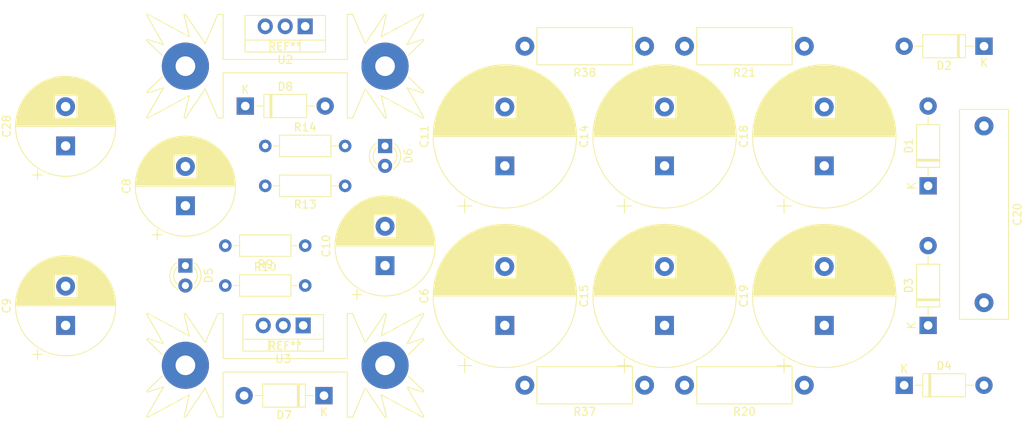
<source format=kicad_pcb>
(kicad_pcb (version 20171130) (host pcbnew 5.1.5+dfsg1-2build2)
  (layers (0 F.Cu signal) (31 B.Cu signal) (34 B.Paste user) (35 F.Paste user) (36 B.SilkS user) (37 F.SilkS user) (38 B.Mask user) (39 F.Mask user) (44 Edge.Cuts user))
  (net 0 "")
  (net 1 GND)
  (net 2 "Net-(C6-Pad1)")
  (net 3 "Net-(C8-Pad2)")
  (net 4 +15V)
  (net 5 "Net-(C10-Pad1)")
  (net 6 "Net-(C11-Pad2)")
  (net 7 "Net-(C14-Pad2)")
  (net 8 "Net-(C15-Pad1)")
  (net 9 "Net-(C18-Pad2)")
  (net 10 "Net-(C19-Pad1)")
  (net 11 "Net-(C20-Pad1)")
  (net 12 "Net-(C20-Pad2)")
  (net 13 -15V)
  (module Heatsink:Heatsink_Fischer_SK104-STC-STIC_35x13mm_2xDrill2.5mm (layer F.Cu) (at 113.03 120.65)
    (fp_text reference REF** (at -0.025 -2.5) (layer F.SilkS))
    (fp_text value Heatsink_Fischer_SK104-STC-STIC_35x13mm_2xDrill2.5mm)
    (pad 1 thru_hole circle (at -12.7 0 180) (size 6 6) (drill 2.5) (layers *.Cu *.Mask))
    (pad 1 thru_hole circle (at 12.7 0) (size 6 6) (drill 2.5) (layers *.Cu *.Mask))
  )
  (module Heatsink:Heatsink_Fischer_SK104-STC-STIC_35x13mm_2xDrill2.5mm (layer F.Cu) (at 113.03 82.55)
    (fp_text reference REF** (at -0.025 -2.5) (layer F.SilkS))
    (fp_text value Heatsink_Fischer_SK104-STC-STIC_35x13mm_2xDrill2.5mm)
    (pad 1 thru_hole circle (at 12.7 0) (size 6 6) (drill 2.5) (layers *.Cu *.Mask))
    (pad 1 thru_hole circle (at -12.7 0 180) (size 6 6) (drill 2.5) (layers *.Cu *.Mask))
  )
  (module Resistor_THT:R_Axial_DIN0414_L11.9mm_D4.5mm_P15.24mm_Horizontal (layer F.Cu) (at 158.75 80.01 180)
    (fp_text reference R38 (at 7.62 -3.37) (layer F.SilkS))
    (fp_text value 5R1)
    (pad 2 thru_hole oval (at 15.24 0 180) (size 2.4 2.4) (drill 1.2) (layers *.Cu *.Mask) (net 6 "Net-(C11-Pad2)"))
    (pad 1 thru_hole circle (at 0 0 180) (size 2.4 2.4) (drill 1.2) (layers *.Cu *.Mask) (net 7 "Net-(C14-Pad2)"))
  )
  (module Resistor_THT:R_Axial_DIN0414_L11.9mm_D4.5mm_P15.24mm_Horizontal (layer F.Cu) (at 158.75 123.19 180)
    (fp_text reference R37 (at 7.62 -3.37) (layer F.SilkS))
    (fp_text value 5R1)
    (pad 2 thru_hole oval (at 15.24 0 180) (size 2.4 2.4) (drill 1.2) (layers *.Cu *.Mask) (net 2 "Net-(C6-Pad1)"))
    (pad 1 thru_hole circle (at 0 0 180) (size 2.4 2.4) (drill 1.2) (layers *.Cu *.Mask) (net 8 "Net-(C15-Pad1)"))
  )
  (module Resistor_THT:R_Axial_DIN0414_L11.9mm_D4.5mm_P15.24mm_Horizontal (layer F.Cu) (at 179.07 80.01 180)
    (fp_text reference R21 (at 7.62 -3.37) (layer F.SilkS))
    (fp_text value 5R1)
    (pad 2 thru_hole oval (at 15.24 0 180) (size 2.4 2.4) (drill 1.2) (layers *.Cu *.Mask) (net 7 "Net-(C14-Pad2)"))
    (pad 1 thru_hole circle (at 0 0 180) (size 2.4 2.4) (drill 1.2) (layers *.Cu *.Mask) (net 9 "Net-(C18-Pad2)"))
  )
  (module Resistor_THT:R_Axial_DIN0414_L11.9mm_D4.5mm_P15.24mm_Horizontal (layer F.Cu) (at 179.07 123.19 180)
    (fp_text reference R20 (at 7.62 -3.37) (layer F.SilkS))
    (fp_text value 5R1)
    (pad 2 thru_hole oval (at 15.24 0 180) (size 2.4 2.4) (drill 1.2) (layers *.Cu *.Mask) (net 8 "Net-(C15-Pad1)"))
    (pad 1 thru_hole circle (at 0 0 180) (size 2.4 2.4) (drill 1.2) (layers *.Cu *.Mask) (net 10 "Net-(C19-Pad1)"))
  )
  (module Capacitor_THT:CP_Radial_D18.0mm_P7.50mm (layer F.Cu) (at 140.97 115.57 90)
    (fp_text reference C6 (at 3.75 -10.25 90) (layer F.SilkS))
    (fp_text value 3300uF/35V)
    (pad 1 thru_hole rect (at 0 0 90) (size 2.4 2.4) (drill 1.2) (layers *.Cu *.Mask) (net 2 "Net-(C6-Pad1)"))
    (pad 2 thru_hole circle (at 7.5 0 90) (size 2.4 2.4) (drill 1.2) (layers *.Cu *.Mask) (net 1 GND))
  )
  (module Capacitor_THT:CP_Radial_D12.5mm_P5.00mm (layer F.Cu) (at 100.33 100.33 90)
    (fp_text reference C8 (at 2.5 -7.5 90) (layer F.SilkS))
    (fp_text value 220uF/25V)
    (pad 2 thru_hole circle (at 5 0 90) (size 2.4 2.4) (drill 1.2) (layers *.Cu *.Mask) (net 3 "Net-(C8-Pad2)"))
    (pad 1 thru_hole rect (at 0 0 90) (size 2.4 2.4) (drill 1.2) (layers *.Cu *.Mask) (net 1 GND))
  )
  (module Capacitor_THT:CP_Radial_D12.5mm_P5.00mm (layer F.Cu) (at 85.09 115.57 90)
    (fp_text reference C9 (at 2.5 -7.5 90) (layer F.SilkS))
    (fp_text value 220uF/25V)
    (pad 1 thru_hole rect (at 0 0 90) (size 2.4 2.4) (drill 1.2) (layers *.Cu *.Mask) (net 4 +15V))
    (pad 2 thru_hole circle (at 5 0 90) (size 2.4 2.4) (drill 1.2) (layers *.Cu *.Mask) (net 1 GND))
  )
  (module Capacitor_THT:CP_Radial_D12.5mm_P5.00mm (layer F.Cu) (at 125.73 107.95 90)
    (fp_text reference C10 (at 2.5 -7.5 90) (layer F.SilkS))
    (fp_text value 220uF/25V)
    (pad 2 thru_hole circle (at 5 0 90) (size 2.4 2.4) (drill 1.2) (layers *.Cu *.Mask) (net 1 GND))
    (pad 1 thru_hole rect (at 0 0 90) (size 2.4 2.4) (drill 1.2) (layers *.Cu *.Mask) (net 5 "Net-(C10-Pad1)"))
  )
  (module Capacitor_THT:CP_Radial_D18.0mm_P7.50mm (layer F.Cu) (at 140.97 95.25 90)
    (fp_text reference C11 (at 3.75 -10.25 90) (layer F.SilkS))
    (fp_text value 3300uF/35V)
    (pad 2 thru_hole circle (at 7.5 0 90) (size 2.4 2.4) (drill 1.2) (layers *.Cu *.Mask) (net 6 "Net-(C11-Pad2)"))
    (pad 1 thru_hole rect (at 0 0 90) (size 2.4 2.4) (drill 1.2) (layers *.Cu *.Mask) (net 1 GND))
  )
  (module Capacitor_THT:CP_Radial_D18.0mm_P7.50mm (layer F.Cu) (at 161.29 95.25 90)
    (fp_text reference C14 (at 3.75 -10.25 90) (layer F.SilkS))
    (fp_text value 3300uF/35V)
    (pad 1 thru_hole rect (at 0 0 90) (size 2.4 2.4) (drill 1.2) (layers *.Cu *.Mask) (net 1 GND))
    (pad 2 thru_hole circle (at 7.5 0 90) (size 2.4 2.4) (drill 1.2) (layers *.Cu *.Mask) (net 7 "Net-(C14-Pad2)"))
  )
  (module Capacitor_THT:CP_Radial_D18.0mm_P7.50mm (layer F.Cu) (at 161.29 115.57 90)
    (fp_text reference C15 (at 3.75 -10.25 90) (layer F.SilkS))
    (fp_text value 3300uF/35V)
    (pad 2 thru_hole circle (at 7.5 0 90) (size 2.4 2.4) (drill 1.2) (layers *.Cu *.Mask) (net 1 GND))
    (pad 1 thru_hole rect (at 0 0 90) (size 2.4 2.4) (drill 1.2) (layers *.Cu *.Mask) (net 8 "Net-(C15-Pad1)"))
  )
  (module Capacitor_THT:CP_Radial_D18.0mm_P7.50mm (layer F.Cu) (at 181.61 95.25 90)
    (fp_text reference C18 (at 3.75 -10.25 90) (layer F.SilkS))
    (fp_text value 3300uF/35V)
    (pad 2 thru_hole circle (at 7.5 0 90) (size 2.4 2.4) (drill 1.2) (layers *.Cu *.Mask) (net 9 "Net-(C18-Pad2)"))
    (pad 1 thru_hole rect (at 0 0 90) (size 2.4 2.4) (drill 1.2) (layers *.Cu *.Mask) (net 1 GND))
  )
  (module Capacitor_THT:CP_Radial_D18.0mm_P7.50mm (layer F.Cu) (at 181.61 115.57 90)
    (fp_text reference C19 (at 3.75 -10.25 90) (layer F.SilkS))
    (fp_text value 3300uF/35V)
    (pad 1 thru_hole rect (at 0 0 90) (size 2.4 2.4) (drill 1.2) (layers *.Cu *.Mask) (net 10 "Net-(C19-Pad1)"))
    (pad 2 thru_hole circle (at 7.5 0 90) (size 2.4 2.4) (drill 1.2) (layers *.Cu *.Mask) (net 1 GND))
  )
  (module Capacitor_THT:C_Rect_L26.5mm_W6.0mm_P22.50mm_MKS4 (layer F.Cu) (at 201.93 90.17 270)
    (fp_text reference C20 (at 11.25 -4.25 90) (layer F.SilkS))
    (fp_text value .22uF/250V)
    (pad 1 thru_hole circle (at 0 0 270) (size 2.4 2.4) (drill 1.2) (layers *.Cu *.Mask) (net 11 "Net-(C20-Pad1)"))
    (pad 2 thru_hole circle (at 22.5 0 270) (size 2.4 2.4) (drill 1.2) (layers *.Cu *.Mask) (net 12 "Net-(C20-Pad2)"))
  )
  (module Capacitor_THT:CP_Radial_D12.5mm_P5.00mm (layer F.Cu) (at 85.09 92.71 90)
    (fp_text reference C28 (at 2.5 -7.5 90) (layer F.SilkS))
    (fp_text value 220uF/25V)
    (pad 1 thru_hole rect (at 0 0 90) (size 2.4 2.4) (drill 1.2) (layers *.Cu *.Mask) (net 1 GND))
    (pad 2 thru_hole circle (at 5 0 90) (size 2.4 2.4) (drill 1.2) (layers *.Cu *.Mask) (net 13 -15V))
  )
  (module Diode_THT:D_DO-41_SOD81_P10.16mm_Horizontal (layer F.Cu) (at 194.818 97.79 90)
    (fp_text reference D1 (at 5.08 -2.47 90) (layer F.SilkS))
    (fp_text value 1N4004)
    (fp_text user K (at 0 -2.1 90) (layer F.SilkS))
    (pad 1 thru_hole rect (at 0 0 90) (size 2.2 2.2) (drill 1.1) (layers *.Cu *.Mask) (net 10 "Net-(C19-Pad1)"))
    (pad 2 thru_hole oval (at 10.16 0 90) (size 2.2 2.2) (drill 1.1) (layers *.Cu *.Mask) (net 11 "Net-(C20-Pad1)"))
  )
  (module Diode_THT:D_DO-41_SOD81_P10.16mm_Horizontal (layer F.Cu) (at 201.93 80.01 180)
    (fp_text reference D2 (at 5.08 -2.47) (layer F.SilkS))
    (fp_text value 1N4004)
    (fp_text user K (at 0 -2.1) (layer F.SilkS))
    (pad 1 thru_hole rect (at 0 0 180) (size 2.2 2.2) (drill 1.1) (layers *.Cu *.Mask) (net 11 "Net-(C20-Pad1)"))
    (pad 2 thru_hole oval (at 10.16 0 180) (size 2.2 2.2) (drill 1.1) (layers *.Cu *.Mask) (net 9 "Net-(C18-Pad2)"))
  )
  (module Diode_THT:D_DO-41_SOD81_P10.16mm_Horizontal (layer F.Cu) (at 194.818 115.57 90)
    (fp_text reference D3 (at 5.08 -2.47 90) (layer F.SilkS))
    (fp_text value 1N4004)
    (fp_text user K (at 0 -2.1 90) (layer F.SilkS))
    (pad 2 thru_hole oval (at 10.16 0 90) (size 2.2 2.2) (drill 1.1) (layers *.Cu *.Mask) (net 9 "Net-(C18-Pad2)"))
    (pad 1 thru_hole rect (at 0 0 90) (size 2.2 2.2) (drill 1.1) (layers *.Cu *.Mask) (net 12 "Net-(C20-Pad2)"))
  )
  (module Diode_THT:D_DO-41_SOD81_P10.16mm_Horizontal (layer F.Cu) (at 191.77 123.19)
    (fp_text reference D4 (at 5.08 -2.47) (layer F.SilkS))
    (fp_text value 1N4004)
    (fp_text user K (at 0 -2.1) (layer F.SilkS))
    (pad 2 thru_hole oval (at 10.16 0) (size 2.2 2.2) (drill 1.1) (layers *.Cu *.Mask) (net 12 "Net-(C20-Pad2)"))
    (pad 1 thru_hole rect (at 0 0) (size 2.2 2.2) (drill 1.1) (layers *.Cu *.Mask) (net 10 "Net-(C19-Pad1)"))
  )
  (module LED_THT:LED_D3.0mm (layer F.Cu) (at 100.33 107.95 270)
    (fp_text reference D5 (at 1.27 -2.96 90) (layer F.SilkS))
    (fp_text value "Red LED")
    (pad 1 thru_hole rect (at 0 0 270) (size 1.8 1.8) (drill 0.9) (layers *.Cu *.Mask) (net 1 GND))
    (pad 2 thru_hole circle (at 2.54 0 270) (size 1.8 1.8) (drill 0.9) (layers *.Cu *.Mask) (net 5 "Net-(C10-Pad1)"))
  )
  (module LED_THT:LED_D3.0mm (layer F.Cu) (at 125.73 92.71 270)
    (fp_text reference D6 (at 1.27 -2.96 90) (layer F.SilkS))
    (fp_text value "Red LED")
    (pad 2 thru_hole circle (at 2.54 0 270) (size 1.8 1.8) (drill 0.9) (layers *.Cu *.Mask) (net 1 GND))
    (pad 1 thru_hole rect (at 0 0 270) (size 1.8 1.8) (drill 0.9) (layers *.Cu *.Mask) (net 3 "Net-(C8-Pad2)"))
  )
  (module Diode_THT:D_DO-41_SOD81_P10.16mm_Horizontal (layer F.Cu) (at 117.9576 124.5108 180)
    (fp_text reference D7 (at 5.08 -2.47) (layer F.SilkS))
    (fp_text value 1N4004)
    (fp_text user K (at 0 -2.1) (layer F.SilkS))
    (pad 2 thru_hole oval (at 10.16 0 180) (size 2.2 2.2) (drill 1.1) (layers *.Cu *.Mask) (net 4 +15V))
    (pad 1 thru_hole rect (at 0 0 180) (size 2.2 2.2) (drill 1.1) (layers *.Cu *.Mask) (net 2 "Net-(C6-Pad1)"))
  )
  (module Diode_THT:D_DO-41_SOD81_P10.16mm_Horizontal (layer F.Cu) (at 107.95 87.63)
    (fp_text reference D8 (at 5.08 -2.47) (layer F.SilkS))
    (fp_text value 1N4004)
    (fp_text user K (at 0 -2.1) (layer F.SilkS))
    (pad 1 thru_hole rect (at 0 0) (size 2.2 2.2) (drill 1.1) (layers *.Cu *.Mask) (net 13 -15V))
    (pad 2 thru_hole oval (at 10.16 0) (size 2.2 2.2) (drill 1.1) (layers *.Cu *.Mask) (net 6 "Net-(C11-Pad2)"))
  )
  (module Package_TO_SOT_THT:TO-220-3_Vertical (layer F.Cu) (at 115.57 77.47 180)
    (fp_text reference U2 (at 2.54 -4.27) (layer F.SilkS))
    (fp_text value L7915)
    (pad 1 thru_hole rect (at 0 0 180) (size 1.905 2) (drill 1.1) (layers *.Cu *.Mask) (net 3 "Net-(C8-Pad2)"))
    (pad 2 thru_hole oval (at 2.54 0 180) (size 1.905 2) (drill 1.1) (layers *.Cu *.Mask) (net 6 "Net-(C11-Pad2)"))
    (pad 3 thru_hole oval (at 5.08 0 180) (size 1.905 2) (drill 1.1) (layers *.Cu *.Mask) (net 13 -15V))
  )
  (module Package_TO_SOT_THT:TO-220-3_Vertical (layer F.Cu) (at 115.316 115.57 180)
    (fp_text reference U3 (at 2.54 -4.27) (layer F.SilkS))
    (fp_text value L7815)
    (pad 1 thru_hole rect (at 0 0 180) (size 1.905 2) (drill 1.1) (layers *.Cu *.Mask) (net 2 "Net-(C6-Pad1)"))
    (pad 2 thru_hole oval (at 2.54 0 180) (size 1.905 2) (drill 1.1) (layers *.Cu *.Mask) (net 5 "Net-(C10-Pad1)"))
    (pad 3 thru_hole oval (at 5.08 0 180) (size 1.905 2) (drill 1.1) (layers *.Cu *.Mask) (net 4 +15V))
  )
  (module Resistor_THT:R_Axial_DIN0207_L6.3mm_D2.5mm_P10.16mm_Horizontal (layer F.Cu) (at 115.57 105.41 180)
    (fp_text reference R9 (at 5.08 -2.37) (layer F.SilkS))
    (fp_text value 330)
    (pad 1 thru_hole circle (at 0 0 180) (size 1.6 1.6) (drill 0.8) (layers *.Cu *.Mask) (net 5 "Net-(C10-Pad1)"))
    (pad 2 thru_hole oval (at 10.16 0 180) (size 1.6 1.6) (drill 0.8) (layers *.Cu *.Mask) (net 1 GND))
  )
  (module Resistor_THT:R_Axial_DIN0207_L6.3mm_D2.5mm_P10.16mm_Horizontal (layer F.Cu) (at 105.41 110.49)
    (fp_text reference R10 (at 5.08 -2.37) (layer F.SilkS))
    (fp_text value 1K)
    (pad 2 thru_hole oval (at 10.16 0) (size 1.6 1.6) (drill 0.8) (layers *.Cu *.Mask) (net 5 "Net-(C10-Pad1)"))
    (pad 1 thru_hole circle (at 0 0) (size 1.6 1.6) (drill 0.8) (layers *.Cu *.Mask) (net 4 +15V))
  )
  (module Resistor_THT:R_Axial_DIN0207_L6.3mm_D2.5mm_P10.16mm_Horizontal (layer F.Cu) (at 120.65 97.79 180)
    (fp_text reference R13 (at 5.08 -2.37) (layer F.SilkS))
    (fp_text value 330)
    (pad 2 thru_hole oval (at 10.16 0 180) (size 1.6 1.6) (drill 0.8) (layers *.Cu *.Mask) (net 1 GND))
    (pad 1 thru_hole circle (at 0 0 180) (size 1.6 1.6) (drill 0.8) (layers *.Cu *.Mask) (net 3 "Net-(C8-Pad2)"))
  )
  (module Resistor_THT:R_Axial_DIN0207_L6.3mm_D2.5mm_P10.16mm_Horizontal (layer F.Cu) (at 110.49 92.71)
    (fp_text reference R14 (at 5.08 -2.37) (layer F.SilkS))
    (fp_text value 1K)
    (pad 1 thru_hole circle (at 0 0) (size 1.6 1.6) (drill 0.8) (layers *.Cu *.Mask) (net 13 -15V))
    (pad 2 thru_hole oval (at 10.16 0) (size 1.6 1.6) (drill 0.8) (layers *.Cu *.Mask) (net 3 "Net-(C8-Pad2)"))
  )
)
</source>
